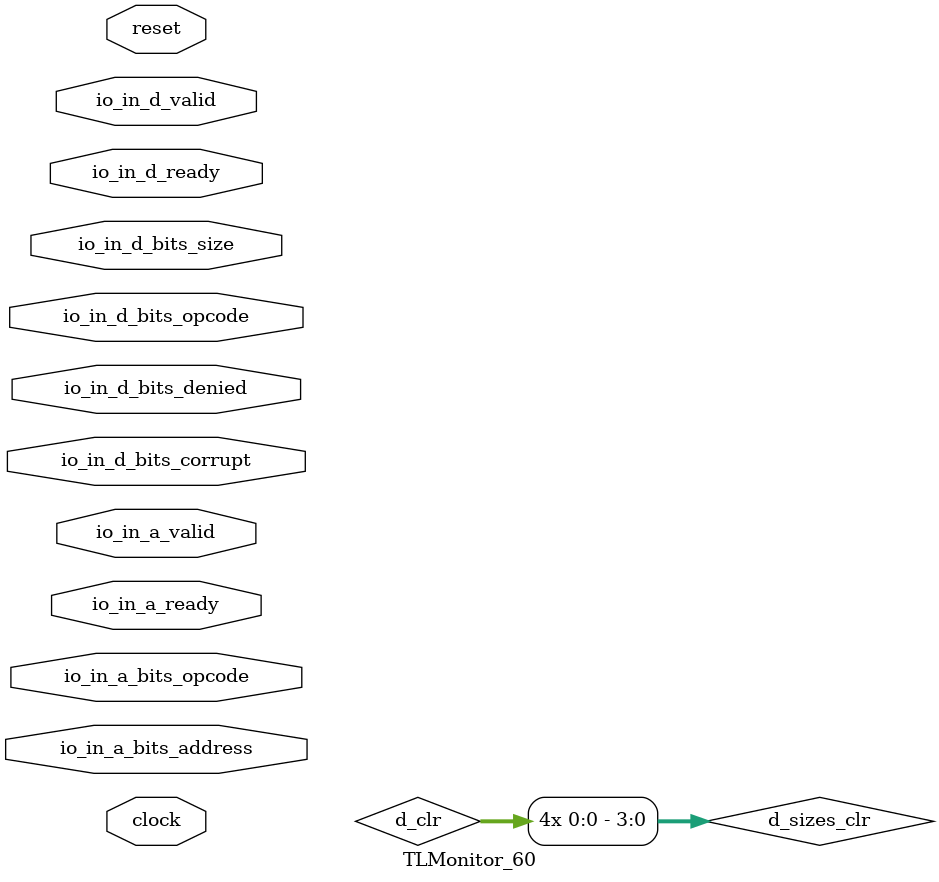
<source format=sv>

`ifndef STOP_COND_
  `ifdef STOP_COND
    `define STOP_COND_ (`STOP_COND)
  `else  // STOP_COND
    `define STOP_COND_ 1
  `endif // STOP_COND
`endif // not def STOP_COND_

// Users can define 'ASSERT_VERBOSE_COND' to add an extra gate to assert error printing.
`ifndef ASSERT_VERBOSE_COND_
  `ifdef ASSERT_VERBOSE_COND
    `define ASSERT_VERBOSE_COND_ (`ASSERT_VERBOSE_COND)
  `else  // ASSERT_VERBOSE_COND
    `define ASSERT_VERBOSE_COND_ 1
  `endif // ASSERT_VERBOSE_COND
`endif // not def ASSERT_VERBOSE_COND_

// Include register initializers in init blocks unless synthesis is set
`ifndef RANDOMIZE
  `ifdef RANDOMIZE_REG_INIT
    `define RANDOMIZE
  `endif // RANDOMIZE_REG_INIT
`endif // not def RANDOMIZE
`ifndef SYNTHESIS
  `ifndef ENABLE_INITIAL_REG_
    `define ENABLE_INITIAL_REG_
  `endif // not def ENABLE_INITIAL_REG_
`endif // not def SYNTHESIS

// Standard header to adapt well known macros for register randomization.

// RANDOM may be set to an expression that produces a 32-bit random unsigned value.
`ifndef RANDOM
  `define RANDOM $random
`endif // not def RANDOM

// Users can define INIT_RANDOM as general code that gets injected into the
// initializer block for modules with registers.
`ifndef INIT_RANDOM
  `define INIT_RANDOM
`endif // not def INIT_RANDOM

// If using random initialization, you can also define RANDOMIZE_DELAY to
// customize the delay used, otherwise 0.002 is used.
`ifndef RANDOMIZE_DELAY
  `define RANDOMIZE_DELAY 0.002
`endif // not def RANDOMIZE_DELAY

// Define INIT_RANDOM_PROLOG_ for use in our modules below.
`ifndef INIT_RANDOM_PROLOG_
  `ifdef RANDOMIZE
    `ifdef VERILATOR
      `define INIT_RANDOM_PROLOG_ `INIT_RANDOM
    `else  // VERILATOR
      `define INIT_RANDOM_PROLOG_ `INIT_RANDOM #`RANDOMIZE_DELAY begin end
    `endif // VERILATOR
  `else  // RANDOMIZE
    `define INIT_RANDOM_PROLOG_
  `endif // RANDOMIZE
`endif // not def INIT_RANDOM_PROLOG_
module TLMonitor_60(	// @[generators/rocket-chip/src/main/scala/tilelink/Monitor.scala:36:7]
  input         clock,	// @[generators/rocket-chip/src/main/scala/tilelink/Monitor.scala:36:7]
  input         reset,	// @[generators/rocket-chip/src/main/scala/tilelink/Monitor.scala:36:7]
  input         io_in_a_ready,	// @[generators/rocket-chip/src/main/scala/tilelink/Monitor.scala:20:14]
  input         io_in_a_valid,	// @[generators/rocket-chip/src/main/scala/tilelink/Monitor.scala:20:14]
  input [2:0]   io_in_a_bits_opcode,	// @[generators/rocket-chip/src/main/scala/tilelink/Monitor.scala:20:14]
  input [127:0] io_in_a_bits_address,	// @[generators/rocket-chip/src/main/scala/tilelink/Monitor.scala:20:14]
  input         io_in_d_ready,	// @[generators/rocket-chip/src/main/scala/tilelink/Monitor.scala:20:14]
  input         io_in_d_valid,	// @[generators/rocket-chip/src/main/scala/tilelink/Monitor.scala:20:14]
  input [2:0]   io_in_d_bits_opcode,	// @[generators/rocket-chip/src/main/scala/tilelink/Monitor.scala:20:14]
  input [1:0]   io_in_d_bits_size,	// @[generators/rocket-chip/src/main/scala/tilelink/Monitor.scala:20:14]
  input         io_in_d_bits_denied,	// @[generators/rocket-chip/src/main/scala/tilelink/Monitor.scala:20:14]
  input         io_in_d_bits_corrupt	// @[generators/rocket-chip/src/main/scala/tilelink/Monitor.scala:20:14]
);

  wire [31:0]  _plusarg_reader_1_out;	// @[generators/rocket-chip/src/main/scala/util/PlusArg.scala:80:11]
  wire [31:0]  _plusarg_reader_out;	// @[generators/rocket-chip/src/main/scala/util/PlusArg.scala:80:11]
  wire         a_first_done = io_in_a_ready & io_in_a_valid;	// @[src/main/scala/chisel3/util/Decoupled.scala:51:35]
  reg          a_first_counter;	// @[generators/rocket-chip/src/main/scala/tilelink/Edges.scala:229:27]
  reg  [2:0]   opcode;	// @[generators/rocket-chip/src/main/scala/tilelink/Monitor.scala:387:22]
  reg  [127:0] address;	// @[generators/rocket-chip/src/main/scala/tilelink/Monitor.scala:391:22]
  reg          d_first_counter;	// @[generators/rocket-chip/src/main/scala/tilelink/Edges.scala:229:27]
  reg  [2:0]   opcode_1;	// @[generators/rocket-chip/src/main/scala/tilelink/Monitor.scala:538:22]
  reg  [1:0]   size_1;	// @[generators/rocket-chip/src/main/scala/tilelink/Monitor.scala:540:22]
  reg          denied;	// @[generators/rocket-chip/src/main/scala/tilelink/Monitor.scala:543:22]
  reg  [1:0]   inflight;	// @[generators/rocket-chip/src/main/scala/tilelink/Monitor.scala:614:27]
  reg  [3:0]   inflight_opcodes;	// @[generators/rocket-chip/src/main/scala/tilelink/Monitor.scala:616:35]
  reg  [3:0]   inflight_sizes;	// @[generators/rocket-chip/src/main/scala/tilelink/Monitor.scala:618:33]
  reg          a_first_counter_1;	// @[generators/rocket-chip/src/main/scala/tilelink/Edges.scala:229:27]
  reg          d_first_counter_1;	// @[generators/rocket-chip/src/main/scala/tilelink/Edges.scala:229:27]
  wire         a_set = a_first_done & ~a_first_counter_1;	// @[generators/rocket-chip/src/main/scala/tilelink/Edges.scala:229:27, :231:25, generators/rocket-chip/src/main/scala/tilelink/Monitor.scala:655:25, src/main/scala/chisel3/util/Decoupled.scala:51:35]
  wire         d_release_ack = io_in_d_bits_opcode == 3'h6;	// @[generators/rocket-chip/src/main/scala/tilelink/Monitor.scala:36:7, :673:46]
  wire         _GEN = io_in_d_bits_opcode != 3'h6;	// @[generators/rocket-chip/src/main/scala/tilelink/Monitor.scala:36:7, :673:46, :674:74]
  reg  [31:0]  watchdog;	// @[generators/rocket-chip/src/main/scala/tilelink/Monitor.scala:709:27]
  reg  [1:0]   inflight_1;	// @[generators/rocket-chip/src/main/scala/tilelink/Monitor.scala:726:35]
  reg  [3:0]   inflight_sizes_1;	// @[generators/rocket-chip/src/main/scala/tilelink/Monitor.scala:728:35]
  reg          d_first_counter_2;	// @[generators/rocket-chip/src/main/scala/tilelink/Edges.scala:229:27]
  reg  [31:0]  watchdog_1;	// @[generators/rocket-chip/src/main/scala/tilelink/Monitor.scala:818:27]
  `ifndef SYNTHESIS	// @[generators/rocket-chip/src/main/scala/tilelink/Monitor.scala:45:11]
    wire [7:0][2:0] _GEN_0 = '{3'h4, 3'h5, 3'h2, 3'h1, 3'h1, 3'h1, 3'h0, 3'h0};
    wire [7:0][2:0] _GEN_1 = '{3'h4, 3'h4, 3'h2, 3'h1, 3'h1, 3'h1, 3'h0, 3'h0};
    wire            _GEN_2 = io_in_a_valid & io_in_a_bits_opcode == 3'h6 & ~reset;	// @[generators/rocket-chip/src/main/scala/tilelink/Monitor.scala:36:7, :45:11, :84:{25,54}]
    wire            _GEN_3 = io_in_a_valid & (&io_in_a_bits_opcode) & ~reset;	// @[generators/rocket-chip/src/main/scala/tilelink/Monitor.scala:45:11, :95:{25,53}]
    wire            _GEN_4 = io_in_a_valid & io_in_a_bits_opcode == 3'h1 & ~reset;	// @[generators/rocket-chip/src/main/scala/tilelink/Monitor.scala:36:7, :45:11, :125:{25,56}]
    wire            _GEN_5 = io_in_a_valid & io_in_a_bits_opcode == 3'h2 & ~reset;	// @[generators/rocket-chip/src/main/scala/tilelink/Monitor.scala:36:7, :45:11, :133:{25,56}]
    wire            _GEN_6 = io_in_a_valid & io_in_a_bits_opcode == 3'h3 & ~reset;	// @[generators/rocket-chip/src/main/scala/tilelink/Monitor.scala:36:7, :45:11, :141:{25,53}]
    wire            _GEN_7 = io_in_a_valid & io_in_a_bits_opcode == 3'h5 & ~reset;	// @[generators/rocket-chip/src/main/scala/tilelink/Monitor.scala:36:7, :45:11, :149:{25,46}]
    wire            _GEN_8 = io_in_d_valid & io_in_d_bits_opcode == 3'h6 & ~reset;	// @[generators/rocket-chip/src/main/scala/tilelink/Monitor.scala:36:7, :45:11, :52:11, :313:{25,52}]
    wire            _GEN_9 = io_in_d_valid & io_in_d_bits_opcode == 3'h4 & ~reset;	// @[generators/rocket-chip/src/main/scala/tilelink/Monitor.scala:36:7, :45:11, :52:11, :321:{25,47}]
    wire            _GEN_10 = io_in_d_valid & io_in_d_bits_opcode == 3'h5 & ~reset;	// @[generators/rocket-chip/src/main/scala/tilelink/Monitor.scala:36:7, :45:11, :52:11, :331:{25,51}]
    wire            _GEN_11 = ~io_in_d_bits_denied | io_in_d_bits_corrupt;	// @[generators/rocket-chip/src/main/scala/tilelink/Monitor.scala:337:{15,30}]
    wire            _GEN_12 = io_in_a_valid & a_first_counter & ~reset;	// @[generators/rocket-chip/src/main/scala/tilelink/Edges.scala:229:27, generators/rocket-chip/src/main/scala/tilelink/Monitor.scala:45:11, :392:19]
    wire            _GEN_13 = io_in_d_valid & d_first_counter & ~reset;	// @[generators/rocket-chip/src/main/scala/tilelink/Edges.scala:229:27, generators/rocket-chip/src/main/scala/tilelink/Monitor.scala:45:11, :52:11, :544:19]
    wire            _same_cycle_resp_T_1 = io_in_a_valid & ~a_first_counter_1;	// @[generators/rocket-chip/src/main/scala/tilelink/Edges.scala:229:27, :231:25, generators/rocket-chip/src/main/scala/tilelink/Monitor.scala:651:26]
    wire            _GEN_14 = io_in_d_valid & ~d_first_counter_1;	// @[generators/rocket-chip/src/main/scala/tilelink/Edges.scala:229:27, :231:25, generators/rocket-chip/src/main/scala/tilelink/Monitor.scala:674:26]
    wire            _GEN_15 = _GEN_14 & _GEN;	// @[generators/rocket-chip/src/main/scala/tilelink/Monitor.scala:673:46, :674:{26,74}, :683:71]
    wire            _GEN_16 = _GEN_15 & _same_cycle_resp_T_1 & ~reset;	// @[generators/rocket-chip/src/main/scala/tilelink/Monitor.scala:45:11, :52:11, :651:26, :683:71, :687:30]
    wire            _GEN_17 = _GEN_15 & ~_same_cycle_resp_T_1 & ~reset;	// @[generators/rocket-chip/src/main/scala/tilelink/Monitor.scala:45:11, :52:11, :651:26, :683:71, :687:30]
    wire [3:0]      _GEN_18 = {2'h0, io_in_d_bits_size};	// @[generators/rocket-chip/src/main/scala/tilelink/Monitor.scala:52:11, :694:36]
    wire            _GEN_19 = io_in_d_valid & ~d_first_counter_2 & d_release_ack & ~reset;	// @[generators/rocket-chip/src/main/scala/tilelink/Edges.scala:229:27, :231:25, generators/rocket-chip/src/main/scala/tilelink/Monitor.scala:45:11, :52:11, :673:46, :784:26, :794:71]
    always @(posedge clock) begin	// @[generators/rocket-chip/src/main/scala/tilelink/Monitor.scala:45:11]
      if (_GEN_2) begin	// @[generators/rocket-chip/src/main/scala/tilelink/Monitor.scala:45:11, :84:54]
        if (`ASSERT_VERBOSE_COND_)	// @[generators/rocket-chip/src/main/scala/tilelink/Monitor.scala:45:11]
          $error("Assertion failed: 'A' channel carries AcquireBlock type which is unexpected using diplomatic parameters (connected at generators/rocket-chip/src/main/scala/devices/tilelink/BusBypass.scala:33:14)\n    at Monitor.scala:45 assert(cond, message)\n");	// @[generators/rocket-chip/src/main/scala/tilelink/Monitor.scala:45:11]
        if (`STOP_COND_)	// @[generators/rocket-chip/src/main/scala/tilelink/Monitor.scala:45:11]
          $fatal;	// @[generators/rocket-chip/src/main/scala/tilelink/Monitor.scala:45:11]
        if (`ASSERT_VERBOSE_COND_)	// @[generators/rocket-chip/src/main/scala/tilelink/Monitor.scala:45:11]
          $error("Assertion failed: 'A' channel carries AcquireBlock from a client which does not support Probe (connected at generators/rocket-chip/src/main/scala/devices/tilelink/BusBypass.scala:33:14)\n    at Monitor.scala:45 assert(cond, message)\n");	// @[generators/rocket-chip/src/main/scala/tilelink/Monitor.scala:45:11]
        if (`STOP_COND_)	// @[generators/rocket-chip/src/main/scala/tilelink/Monitor.scala:45:11]
          $fatal;	// @[generators/rocket-chip/src/main/scala/tilelink/Monitor.scala:45:11]
      end
      if (_GEN_2 & (|(io_in_a_bits_address[1:0]))) begin	// @[generators/rocket-chip/src/main/scala/tilelink/Edges.scala:21:{16,24}, generators/rocket-chip/src/main/scala/tilelink/Monitor.scala:45:11, :84:54]
        if (`ASSERT_VERBOSE_COND_)	// @[generators/rocket-chip/src/main/scala/tilelink/Monitor.scala:45:11]
          $error("Assertion failed: 'A' channel AcquireBlock address not aligned to size (connected at generators/rocket-chip/src/main/scala/devices/tilelink/BusBypass.scala:33:14)\n    at Monitor.scala:45 assert(cond, message)\n");	// @[generators/rocket-chip/src/main/scala/tilelink/Monitor.scala:45:11]
        if (`STOP_COND_)	// @[generators/rocket-chip/src/main/scala/tilelink/Monitor.scala:45:11]
          $fatal;	// @[generators/rocket-chip/src/main/scala/tilelink/Monitor.scala:45:11]
      end
      if (_GEN_3) begin	// @[generators/rocket-chip/src/main/scala/tilelink/Monitor.scala:45:11, :95:53]
        if (`ASSERT_VERBOSE_COND_)	// @[generators/rocket-chip/src/main/scala/tilelink/Monitor.scala:45:11]
          $error("Assertion failed: 'A' channel carries AcquirePerm type which is unexpected using diplomatic parameters (connected at generators/rocket-chip/src/main/scala/devices/tilelink/BusBypass.scala:33:14)\n    at Monitor.scala:45 assert(cond, message)\n");	// @[generators/rocket-chip/src/main/scala/tilelink/Monitor.scala:45:11]
        if (`STOP_COND_)	// @[generators/rocket-chip/src/main/scala/tilelink/Monitor.scala:45:11]
          $fatal;	// @[generators/rocket-chip/src/main/scala/tilelink/Monitor.scala:45:11]
        if (`ASSERT_VERBOSE_COND_)	// @[generators/rocket-chip/src/main/scala/tilelink/Monitor.scala:45:11]
          $error("Assertion failed: 'A' channel carries AcquirePerm from a client which does not support Probe (connected at generators/rocket-chip/src/main/scala/devices/tilelink/BusBypass.scala:33:14)\n    at Monitor.scala:45 assert(cond, message)\n");	// @[generators/rocket-chip/src/main/scala/tilelink/Monitor.scala:45:11]
        if (`STOP_COND_)	// @[generators/rocket-chip/src/main/scala/tilelink/Monitor.scala:45:11]
          $fatal;	// @[generators/rocket-chip/src/main/scala/tilelink/Monitor.scala:45:11]
      end
      if (_GEN_3 & (|(io_in_a_bits_address[1:0]))) begin	// @[generators/rocket-chip/src/main/scala/tilelink/Edges.scala:21:{16,24}, generators/rocket-chip/src/main/scala/tilelink/Monitor.scala:45:11, :95:53]
        if (`ASSERT_VERBOSE_COND_)	// @[generators/rocket-chip/src/main/scala/tilelink/Monitor.scala:45:11]
          $error("Assertion failed: 'A' channel AcquirePerm address not aligned to size (connected at generators/rocket-chip/src/main/scala/devices/tilelink/BusBypass.scala:33:14)\n    at Monitor.scala:45 assert(cond, message)\n");	// @[generators/rocket-chip/src/main/scala/tilelink/Monitor.scala:45:11]
        if (`STOP_COND_)	// @[generators/rocket-chip/src/main/scala/tilelink/Monitor.scala:45:11]
          $fatal;	// @[generators/rocket-chip/src/main/scala/tilelink/Monitor.scala:45:11]
      end
      if (_GEN_3) begin	// @[generators/rocket-chip/src/main/scala/tilelink/Monitor.scala:45:11, :95:53]
        if (`ASSERT_VERBOSE_COND_)	// @[generators/rocket-chip/src/main/scala/tilelink/Monitor.scala:45:11]
          $error("Assertion failed: 'A' channel AcquirePerm requests NtoB (connected at generators/rocket-chip/src/main/scala/devices/tilelink/BusBypass.scala:33:14)\n    at Monitor.scala:45 assert(cond, message)\n");	// @[generators/rocket-chip/src/main/scala/tilelink/Monitor.scala:45:11]
        if (`STOP_COND_)	// @[generators/rocket-chip/src/main/scala/tilelink/Monitor.scala:45:11]
          $fatal;	// @[generators/rocket-chip/src/main/scala/tilelink/Monitor.scala:45:11]
      end
      if (io_in_a_valid & io_in_a_bits_opcode == 3'h4 & ~reset & (|(io_in_a_bits_address[1:0]))) begin	// @[generators/rocket-chip/src/main/scala/tilelink/Edges.scala:21:{16,24}, generators/rocket-chip/src/main/scala/tilelink/Monitor.scala:36:7, :45:11, :107:{25,45}]
        if (`ASSERT_VERBOSE_COND_)	// @[generators/rocket-chip/src/main/scala/tilelink/Monitor.scala:45:11]
          $error("Assertion failed: 'A' channel Get address not aligned to size (connected at generators/rocket-chip/src/main/scala/devices/tilelink/BusBypass.scala:33:14)\n    at Monitor.scala:45 assert(cond, message)\n");	// @[generators/rocket-chip/src/main/scala/tilelink/Monitor.scala:45:11]
        if (`STOP_COND_)	// @[generators/rocket-chip/src/main/scala/tilelink/Monitor.scala:45:11]
          $fatal;	// @[generators/rocket-chip/src/main/scala/tilelink/Monitor.scala:45:11]
      end
      if (io_in_a_valid & io_in_a_bits_opcode == 3'h0 & ~reset & (|(io_in_a_bits_address[1:0]))) begin	// @[generators/rocket-chip/src/main/scala/tilelink/Edges.scala:21:{16,24}, generators/rocket-chip/src/main/scala/tilelink/Monitor.scala:36:7, :45:11, :117:{25,53}]
        if (`ASSERT_VERBOSE_COND_)	// @[generators/rocket-chip/src/main/scala/tilelink/Monitor.scala:45:11]
          $error("Assertion failed: 'A' channel PutFull address not aligned to size (connected at generators/rocket-chip/src/main/scala/devices/tilelink/BusBypass.scala:33:14)\n    at Monitor.scala:45 assert(cond, message)\n");	// @[generators/rocket-chip/src/main/scala/tilelink/Monitor.scala:45:11]
        if (`STOP_COND_)	// @[generators/rocket-chip/src/main/scala/tilelink/Monitor.scala:45:11]
          $fatal;	// @[generators/rocket-chip/src/main/scala/tilelink/Monitor.scala:45:11]
      end
      if (_GEN_4) begin	// @[generators/rocket-chip/src/main/scala/tilelink/Monitor.scala:45:11, :125:56]
        if (`ASSERT_VERBOSE_COND_)	// @[generators/rocket-chip/src/main/scala/tilelink/Monitor.scala:45:11]
          $error("Assertion failed: 'A' channel carries PutPartial type which is unexpected using diplomatic parameters (connected at generators/rocket-chip/src/main/scala/devices/tilelink/BusBypass.scala:33:14)\n    at Monitor.scala:45 assert(cond, message)\n");	// @[generators/rocket-chip/src/main/scala/tilelink/Monitor.scala:45:11]
        if (`STOP_COND_)	// @[generators/rocket-chip/src/main/scala/tilelink/Monitor.scala:45:11]
          $fatal;	// @[generators/rocket-chip/src/main/scala/tilelink/Monitor.scala:45:11]
      end
      if (_GEN_4 & (|(io_in_a_bits_address[1:0]))) begin	// @[generators/rocket-chip/src/main/scala/tilelink/Edges.scala:21:{16,24}, generators/rocket-chip/src/main/scala/tilelink/Monitor.scala:45:11, :125:56]
        if (`ASSERT_VERBOSE_COND_)	// @[generators/rocket-chip/src/main/scala/tilelink/Monitor.scala:45:11]
          $error("Assertion failed: 'A' channel PutPartial address not aligned to size (connected at generators/rocket-chip/src/main/scala/devices/tilelink/BusBypass.scala:33:14)\n    at Monitor.scala:45 assert(cond, message)\n");	// @[generators/rocket-chip/src/main/scala/tilelink/Monitor.scala:45:11]
        if (`STOP_COND_)	// @[generators/rocket-chip/src/main/scala/tilelink/Monitor.scala:45:11]
          $fatal;	// @[generators/rocket-chip/src/main/scala/tilelink/Monitor.scala:45:11]
      end
      if (_GEN_5) begin	// @[generators/rocket-chip/src/main/scala/tilelink/Monitor.scala:45:11, :133:56]
        if (`ASSERT_VERBOSE_COND_)	// @[generators/rocket-chip/src/main/scala/tilelink/Monitor.scala:45:11]
          $error("Assertion failed: 'A' channel carries Arithmetic type which is unexpected using diplomatic parameters (connected at generators/rocket-chip/src/main/scala/devices/tilelink/BusBypass.scala:33:14)\n    at Monitor.scala:45 assert(cond, message)\n");	// @[generators/rocket-chip/src/main/scala/tilelink/Monitor.scala:45:11]
        if (`STOP_COND_)	// @[generators/rocket-chip/src/main/scala/tilelink/Monitor.scala:45:11]
          $fatal;	// @[generators/rocket-chip/src/main/scala/tilelink/Monitor.scala:45:11]
      end
      if (_GEN_5 & (|(io_in_a_bits_address[1:0]))) begin	// @[generators/rocket-chip/src/main/scala/tilelink/Edges.scala:21:{16,24}, generators/rocket-chip/src/main/scala/tilelink/Monitor.scala:45:11, :133:56]
        if (`ASSERT_VERBOSE_COND_)	// @[generators/rocket-chip/src/main/scala/tilelink/Monitor.scala:45:11]
          $error("Assertion failed: 'A' channel Arithmetic address not aligned to size (connected at generators/rocket-chip/src/main/scala/devices/tilelink/BusBypass.scala:33:14)\n    at Monitor.scala:45 assert(cond, message)\n");	// @[generators/rocket-chip/src/main/scala/tilelink/Monitor.scala:45:11]
        if (`STOP_COND_)	// @[generators/rocket-chip/src/main/scala/tilelink/Monitor.scala:45:11]
          $fatal;	// @[generators/rocket-chip/src/main/scala/tilelink/Monitor.scala:45:11]
      end
      if (_GEN_6) begin	// @[generators/rocket-chip/src/main/scala/tilelink/Monitor.scala:45:11, :141:53]
        if (`ASSERT_VERBOSE_COND_)	// @[generators/rocket-chip/src/main/scala/tilelink/Monitor.scala:45:11]
          $error("Assertion failed: 'A' channel carries Logical type which is unexpected using diplomatic parameters (connected at generators/rocket-chip/src/main/scala/devices/tilelink/BusBypass.scala:33:14)\n    at Monitor.scala:45 assert(cond, message)\n");	// @[generators/rocket-chip/src/main/scala/tilelink/Monitor.scala:45:11]
        if (`STOP_COND_)	// @[generators/rocket-chip/src/main/scala/tilelink/Monitor.scala:45:11]
          $fatal;	// @[generators/rocket-chip/src/main/scala/tilelink/Monitor.scala:45:11]
      end
      if (_GEN_6 & (|(io_in_a_bits_address[1:0]))) begin	// @[generators/rocket-chip/src/main/scala/tilelink/Edges.scala:21:{16,24}, generators/rocket-chip/src/main/scala/tilelink/Monitor.scala:45:11, :141:53]
        if (`ASSERT_VERBOSE_COND_)	// @[generators/rocket-chip/src/main/scala/tilelink/Monitor.scala:45:11]
          $error("Assertion failed: 'A' channel Logical address not aligned to size (connected at generators/rocket-chip/src/main/scala/devices/tilelink/BusBypass.scala:33:14)\n    at Monitor.scala:45 assert(cond, message)\n");	// @[generators/rocket-chip/src/main/scala/tilelink/Monitor.scala:45:11]
        if (`STOP_COND_)	// @[generators/rocket-chip/src/main/scala/tilelink/Monitor.scala:45:11]
          $fatal;	// @[generators/rocket-chip/src/main/scala/tilelink/Monitor.scala:45:11]
      end
      if (_GEN_7) begin	// @[generators/rocket-chip/src/main/scala/tilelink/Monitor.scala:45:11, :149:46]
        if (`ASSERT_VERBOSE_COND_)	// @[generators/rocket-chip/src/main/scala/tilelink/Monitor.scala:45:11]
          $error("Assertion failed: 'A' channel carries Hint type which is unexpected using diplomatic parameters (connected at generators/rocket-chip/src/main/scala/devices/tilelink/BusBypass.scala:33:14)\n    at Monitor.scala:45 assert(cond, message)\n");	// @[generators/rocket-chip/src/main/scala/tilelink/Monitor.scala:45:11]
        if (`STOP_COND_)	// @[generators/rocket-chip/src/main/scala/tilelink/Monitor.scala:45:11]
          $fatal;	// @[generators/rocket-chip/src/main/scala/tilelink/Monitor.scala:45:11]
      end
      if (_GEN_7 & (|(io_in_a_bits_address[1:0]))) begin	// @[generators/rocket-chip/src/main/scala/tilelink/Edges.scala:21:{16,24}, generators/rocket-chip/src/main/scala/tilelink/Monitor.scala:45:11, :149:46]
        if (`ASSERT_VERBOSE_COND_)	// @[generators/rocket-chip/src/main/scala/tilelink/Monitor.scala:45:11]
          $error("Assertion failed: 'A' channel Hint address not aligned to size (connected at generators/rocket-chip/src/main/scala/devices/tilelink/BusBypass.scala:33:14)\n    at Monitor.scala:45 assert(cond, message)\n");	// @[generators/rocket-chip/src/main/scala/tilelink/Monitor.scala:45:11]
        if (`STOP_COND_)	// @[generators/rocket-chip/src/main/scala/tilelink/Monitor.scala:45:11]
          $fatal;	// @[generators/rocket-chip/src/main/scala/tilelink/Monitor.scala:45:11]
      end
      if (io_in_d_valid & ~reset & (&io_in_d_bits_opcode)) begin	// @[generators/rocket-chip/src/main/scala/tilelink/Bundles.scala:45:24, generators/rocket-chip/src/main/scala/tilelink/Monitor.scala:45:11, :52:11]
        if (`ASSERT_VERBOSE_COND_)	// @[generators/rocket-chip/src/main/scala/tilelink/Monitor.scala:52:11]
          $error("Assertion failed: 'D' channel has invalid opcode (connected at generators/rocket-chip/src/main/scala/devices/tilelink/BusBypass.scala:33:14)\n    at Monitor.scala:52 assert(cond, message)\n");	// @[generators/rocket-chip/src/main/scala/tilelink/Monitor.scala:52:11]
        if (`STOP_COND_)	// @[generators/rocket-chip/src/main/scala/tilelink/Monitor.scala:52:11]
          $fatal;	// @[generators/rocket-chip/src/main/scala/tilelink/Monitor.scala:52:11]
      end
      if (_GEN_8 & ~(io_in_d_bits_size[1])) begin	// @[generators/rocket-chip/src/main/scala/tilelink/Monitor.scala:52:11, :313:52, :315:27]
        if (`ASSERT_VERBOSE_COND_)	// @[generators/rocket-chip/src/main/scala/tilelink/Monitor.scala:52:11]
          $error("Assertion failed: 'D' channel ReleaseAck smaller than a beat (connected at generators/rocket-chip/src/main/scala/devices/tilelink/BusBypass.scala:33:14)\n    at Monitor.scala:52 assert(cond, message)\n");	// @[generators/rocket-chip/src/main/scala/tilelink/Monitor.scala:52:11]
        if (`STOP_COND_)	// @[generators/rocket-chip/src/main/scala/tilelink/Monitor.scala:52:11]
          $fatal;	// @[generators/rocket-chip/src/main/scala/tilelink/Monitor.scala:52:11]
      end
      if (_GEN_8 & io_in_d_bits_corrupt) begin	// @[generators/rocket-chip/src/main/scala/tilelink/Monitor.scala:52:11, :313:52]
        if (`ASSERT_VERBOSE_COND_)	// @[generators/rocket-chip/src/main/scala/tilelink/Monitor.scala:52:11]
          $error("Assertion failed: 'D' channel ReleaseAck is corrupt (connected at generators/rocket-chip/src/main/scala/devices/tilelink/BusBypass.scala:33:14)\n    at Monitor.scala:52 assert(cond, message)\n");	// @[generators/rocket-chip/src/main/scala/tilelink/Monitor.scala:52:11]
        if (`STOP_COND_)	// @[generators/rocket-chip/src/main/scala/tilelink/Monitor.scala:52:11]
          $fatal;	// @[generators/rocket-chip/src/main/scala/tilelink/Monitor.scala:52:11]
      end
      if (_GEN_8 & io_in_d_bits_denied) begin	// @[generators/rocket-chip/src/main/scala/tilelink/Monitor.scala:52:11, :313:52]
        if (`ASSERT_VERBOSE_COND_)	// @[generators/rocket-chip/src/main/scala/tilelink/Monitor.scala:52:11]
          $error("Assertion failed: 'D' channel ReleaseAck is denied (connected at generators/rocket-chip/src/main/scala/devices/tilelink/BusBypass.scala:33:14)\n    at Monitor.scala:52 assert(cond, message)\n");	// @[generators/rocket-chip/src/main/scala/tilelink/Monitor.scala:52:11]
        if (`STOP_COND_)	// @[generators/rocket-chip/src/main/scala/tilelink/Monitor.scala:52:11]
          $fatal;	// @[generators/rocket-chip/src/main/scala/tilelink/Monitor.scala:52:11]
      end
      if (_GEN_9 & ~(io_in_d_bits_size[1])) begin	// @[generators/rocket-chip/src/main/scala/tilelink/Monitor.scala:52:11, :315:27, :321:47]
        if (`ASSERT_VERBOSE_COND_)	// @[generators/rocket-chip/src/main/scala/tilelink/Monitor.scala:52:11]
          $error("Assertion failed: 'D' channel Grant smaller than a beat (connected at generators/rocket-chip/src/main/scala/devices/tilelink/BusBypass.scala:33:14)\n    at Monitor.scala:52 assert(cond, message)\n");	// @[generators/rocket-chip/src/main/scala/tilelink/Monitor.scala:52:11]
        if (`STOP_COND_)	// @[generators/rocket-chip/src/main/scala/tilelink/Monitor.scala:52:11]
          $fatal;	// @[generators/rocket-chip/src/main/scala/tilelink/Monitor.scala:52:11]
      end
      if (_GEN_9 & io_in_d_bits_corrupt) begin	// @[generators/rocket-chip/src/main/scala/tilelink/Monitor.scala:52:11, :321:47]
        if (`ASSERT_VERBOSE_COND_)	// @[generators/rocket-chip/src/main/scala/tilelink/Monitor.scala:52:11]
          $error("Assertion failed: 'D' channel Grant is corrupt (connected at generators/rocket-chip/src/main/scala/devices/tilelink/BusBypass.scala:33:14)\n    at Monitor.scala:52 assert(cond, message)\n");	// @[generators/rocket-chip/src/main/scala/tilelink/Monitor.scala:52:11]
        if (`STOP_COND_)	// @[generators/rocket-chip/src/main/scala/tilelink/Monitor.scala:52:11]
          $fatal;	// @[generators/rocket-chip/src/main/scala/tilelink/Monitor.scala:52:11]
      end
      if (_GEN_10 & ~(io_in_d_bits_size[1])) begin	// @[generators/rocket-chip/src/main/scala/tilelink/Monitor.scala:52:11, :315:27, :331:51]
        if (`ASSERT_VERBOSE_COND_)	// @[generators/rocket-chip/src/main/scala/tilelink/Monitor.scala:52:11]
          $error("Assertion failed: 'D' channel GrantData smaller than a beat (connected at generators/rocket-chip/src/main/scala/devices/tilelink/BusBypass.scala:33:14)\n    at Monitor.scala:52 assert(cond, message)\n");	// @[generators/rocket-chip/src/main/scala/tilelink/Monitor.scala:52:11]
        if (`STOP_COND_)	// @[generators/rocket-chip/src/main/scala/tilelink/Monitor.scala:52:11]
          $fatal;	// @[generators/rocket-chip/src/main/scala/tilelink/Monitor.scala:52:11]
      end
      if (_GEN_10 & ~_GEN_11) begin	// @[generators/rocket-chip/src/main/scala/tilelink/Monitor.scala:52:11, :331:51, :337:30]
        if (`ASSERT_VERBOSE_COND_)	// @[generators/rocket-chip/src/main/scala/tilelink/Monitor.scala:52:11]
          $error("Assertion failed: 'D' channel GrantData is denied but not corrupt (connected at generators/rocket-chip/src/main/scala/devices/tilelink/BusBypass.scala:33:14)\n    at Monitor.scala:52 assert(cond, message)\n");	// @[generators/rocket-chip/src/main/scala/tilelink/Monitor.scala:52:11]
        if (`STOP_COND_)	// @[generators/rocket-chip/src/main/scala/tilelink/Monitor.scala:52:11]
          $fatal;	// @[generators/rocket-chip/src/main/scala/tilelink/Monitor.scala:52:11]
      end
      if (io_in_d_valid & io_in_d_bits_opcode == 3'h0 & ~reset & io_in_d_bits_corrupt) begin	// @[generators/rocket-chip/src/main/scala/tilelink/Monitor.scala:36:7, :45:11, :52:11, :341:{25,51}]
        if (`ASSERT_VERBOSE_COND_)	// @[generators/rocket-chip/src/main/scala/tilelink/Monitor.scala:52:11]
          $error("Assertion failed: 'D' channel AccessAck is corrupt (connected at generators/rocket-chip/src/main/scala/devices/tilelink/BusBypass.scala:33:14)\n    at Monitor.scala:52 assert(cond, message)\n");	// @[generators/rocket-chip/src/main/scala/tilelink/Monitor.scala:52:11]
        if (`STOP_COND_)	// @[generators/rocket-chip/src/main/scala/tilelink/Monitor.scala:52:11]
          $fatal;	// @[generators/rocket-chip/src/main/scala/tilelink/Monitor.scala:52:11]
      end
      if (io_in_d_valid & io_in_d_bits_opcode == 3'h1 & ~reset & ~_GEN_11) begin	// @[generators/rocket-chip/src/main/scala/tilelink/Monitor.scala:36:7, :45:11, :52:11, :337:30, :349:{25,55}]
        if (`ASSERT_VERBOSE_COND_)	// @[generators/rocket-chip/src/main/scala/tilelink/Monitor.scala:52:11]
          $error("Assertion failed: 'D' channel AccessAckData is denied but not corrupt (connected at generators/rocket-chip/src/main/scala/devices/tilelink/BusBypass.scala:33:14)\n    at Monitor.scala:52 assert(cond, message)\n");	// @[generators/rocket-chip/src/main/scala/tilelink/Monitor.scala:52:11]
        if (`STOP_COND_)	// @[generators/rocket-chip/src/main/scala/tilelink/Monitor.scala:52:11]
          $fatal;	// @[generators/rocket-chip/src/main/scala/tilelink/Monitor.scala:52:11]
      end
      if (io_in_d_valid & io_in_d_bits_opcode == 3'h2 & ~reset & io_in_d_bits_corrupt) begin	// @[generators/rocket-chip/src/main/scala/tilelink/Monitor.scala:36:7, :45:11, :52:11, :357:{25,49}]
        if (`ASSERT_VERBOSE_COND_)	// @[generators/rocket-chip/src/main/scala/tilelink/Monitor.scala:52:11]
          $error("Assertion failed: 'D' channel HintAck is corrupt (connected at generators/rocket-chip/src/main/scala/devices/tilelink/BusBypass.scala:33:14)\n    at Monitor.scala:52 assert(cond, message)\n");	// @[generators/rocket-chip/src/main/scala/tilelink/Monitor.scala:52:11]
        if (`STOP_COND_)	// @[generators/rocket-chip/src/main/scala/tilelink/Monitor.scala:52:11]
          $fatal;	// @[generators/rocket-chip/src/main/scala/tilelink/Monitor.scala:52:11]
      end
      if (_GEN_12 & io_in_a_bits_opcode != opcode) begin	// @[generators/rocket-chip/src/main/scala/tilelink/Monitor.scala:45:11, :387:22, :392:19, :393:32]
        if (`ASSERT_VERBOSE_COND_)	// @[generators/rocket-chip/src/main/scala/tilelink/Monitor.scala:45:11]
          $error("Assertion failed: 'A' channel opcode changed within multibeat operation (connected at generators/rocket-chip/src/main/scala/devices/tilelink/BusBypass.scala:33:14)\n    at Monitor.scala:45 assert(cond, message)\n");	// @[generators/rocket-chip/src/main/scala/tilelink/Monitor.scala:45:11]
        if (`STOP_COND_)	// @[generators/rocket-chip/src/main/scala/tilelink/Monitor.scala:45:11]
          $fatal;	// @[generators/rocket-chip/src/main/scala/tilelink/Monitor.scala:45:11]
      end
      if (_GEN_12 & io_in_a_bits_address != address) begin	// @[generators/rocket-chip/src/main/scala/tilelink/Monitor.scala:45:11, :391:22, :392:19, :397:32]
        if (`ASSERT_VERBOSE_COND_)	// @[generators/rocket-chip/src/main/scala/tilelink/Monitor.scala:45:11]
          $error("Assertion failed: 'A' channel address changed with multibeat operation (connected at generators/rocket-chip/src/main/scala/devices/tilelink/BusBypass.scala:33:14)\n    at Monitor.scala:45 assert(cond, message)\n");	// @[generators/rocket-chip/src/main/scala/tilelink/Monitor.scala:45:11]
        if (`STOP_COND_)	// @[generators/rocket-chip/src/main/scala/tilelink/Monitor.scala:45:11]
          $fatal;	// @[generators/rocket-chip/src/main/scala/tilelink/Monitor.scala:45:11]
      end
      if (_GEN_13 & io_in_d_bits_opcode != opcode_1) begin	// @[generators/rocket-chip/src/main/scala/tilelink/Monitor.scala:52:11, :538:22, :544:19, :545:29]
        if (`ASSERT_VERBOSE_COND_)	// @[generators/rocket-chip/src/main/scala/tilelink/Monitor.scala:52:11]
          $error("Assertion failed: 'D' channel opcode changed within multibeat operation (connected at generators/rocket-chip/src/main/scala/devices/tilelink/BusBypass.scala:33:14)\n    at Monitor.scala:52 assert(cond, message)\n");	// @[generators/rocket-chip/src/main/scala/tilelink/Monitor.scala:52:11]
        if (`STOP_COND_)	// @[generators/rocket-chip/src/main/scala/tilelink/Monitor.scala:52:11]
          $fatal;	// @[generators/rocket-chip/src/main/scala/tilelink/Monitor.scala:52:11]
      end
      if (_GEN_13 & io_in_d_bits_size != size_1) begin	// @[generators/rocket-chip/src/main/scala/tilelink/Monitor.scala:52:11, :540:22, :544:19, :547:29]
        if (`ASSERT_VERBOSE_COND_)	// @[generators/rocket-chip/src/main/scala/tilelink/Monitor.scala:52:11]
          $error("Assertion failed: 'D' channel size changed within multibeat operation (connected at generators/rocket-chip/src/main/scala/devices/tilelink/BusBypass.scala:33:14)\n    at Monitor.scala:52 assert(cond, message)\n");	// @[generators/rocket-chip/src/main/scala/tilelink/Monitor.scala:52:11]
        if (`STOP_COND_)	// @[generators/rocket-chip/src/main/scala/tilelink/Monitor.scala:52:11]
          $fatal;	// @[generators/rocket-chip/src/main/scala/tilelink/Monitor.scala:52:11]
      end
      if (_GEN_13 & io_in_d_bits_denied != denied) begin	// @[generators/rocket-chip/src/main/scala/tilelink/Monitor.scala:52:11, :543:22, :544:19, :550:29]
        if (`ASSERT_VERBOSE_COND_)	// @[generators/rocket-chip/src/main/scala/tilelink/Monitor.scala:52:11]
          $error("Assertion failed: 'D' channel denied changed with multibeat operation (connected at generators/rocket-chip/src/main/scala/devices/tilelink/BusBypass.scala:33:14)\n    at Monitor.scala:52 assert(cond, message)\n");	// @[generators/rocket-chip/src/main/scala/tilelink/Monitor.scala:52:11]
        if (`STOP_COND_)	// @[generators/rocket-chip/src/main/scala/tilelink/Monitor.scala:52:11]
          $fatal;	// @[generators/rocket-chip/src/main/scala/tilelink/Monitor.scala:52:11]
      end
      if (a_set & ~reset & inflight[0]) begin	// @[generators/rocket-chip/src/main/scala/tilelink/Monitor.scala:45:11, :614:27, :655:25, :661:26]
        if (`ASSERT_VERBOSE_COND_)	// @[generators/rocket-chip/src/main/scala/tilelink/Monitor.scala:45:11]
          $error("Assertion failed: 'A' channel re-used a source ID (connected at generators/rocket-chip/src/main/scala/devices/tilelink/BusBypass.scala:33:14)\n    at Monitor.scala:45 assert(cond, message)\n");	// @[generators/rocket-chip/src/main/scala/tilelink/Monitor.scala:45:11]
        if (`STOP_COND_)	// @[generators/rocket-chip/src/main/scala/tilelink/Monitor.scala:45:11]
          $fatal;	// @[generators/rocket-chip/src/main/scala/tilelink/Monitor.scala:45:11]
      end
      if (_GEN_15 & ~reset & ~(inflight[0] | _same_cycle_resp_T_1)) begin	// @[generators/rocket-chip/src/main/scala/tilelink/Monitor.scala:45:11, :52:11, :614:27, :651:26, :661:26, :683:71, :685:49]
        if (`ASSERT_VERBOSE_COND_)	// @[generators/rocket-chip/src/main/scala/tilelink/Monitor.scala:52:11]
          $error("Assertion failed: 'D' channel acknowledged for nothing inflight (connected at generators/rocket-chip/src/main/scala/devices/tilelink/BusBypass.scala:33:14)\n    at Monitor.scala:52 assert(cond, message)\n");	// @[generators/rocket-chip/src/main/scala/tilelink/Monitor.scala:52:11]
        if (`STOP_COND_)	// @[generators/rocket-chip/src/main/scala/tilelink/Monitor.scala:52:11]
          $fatal;	// @[generators/rocket-chip/src/main/scala/tilelink/Monitor.scala:52:11]
      end
      if (_GEN_16 & ~(io_in_d_bits_opcode == _GEN_1[io_in_a_bits_opcode] | io_in_d_bits_opcode == _GEN_0[io_in_a_bits_opcode])) begin	// @[generators/rocket-chip/src/main/scala/tilelink/Monitor.scala:52:11, :687:30, :688:{38,77}, :689:39]
        if (`ASSERT_VERBOSE_COND_)	// @[generators/rocket-chip/src/main/scala/tilelink/Monitor.scala:52:11]
          $error("Assertion failed: 'D' channel contains improper opcode response (connected at generators/rocket-chip/src/main/scala/devices/tilelink/BusBypass.scala:33:14)\n    at Monitor.scala:52 assert(cond, message)\n");	// @[generators/rocket-chip/src/main/scala/tilelink/Monitor.scala:52:11]
        if (`STOP_COND_)	// @[generators/rocket-chip/src/main/scala/tilelink/Monitor.scala:52:11]
          $fatal;	// @[generators/rocket-chip/src/main/scala/tilelink/Monitor.scala:52:11]
      end
      if (_GEN_16 & io_in_d_bits_size != 2'h2) begin	// @[generators/rocket-chip/src/main/scala/tilelink/Monitor.scala:52:11, :687:30, :690:36]
        if (`ASSERT_VERBOSE_COND_)	// @[generators/rocket-chip/src/main/scala/tilelink/Monitor.scala:52:11]
          $error("Assertion failed: 'D' channel contains improper response size (connected at generators/rocket-chip/src/main/scala/devices/tilelink/BusBypass.scala:33:14)\n    at Monitor.scala:52 assert(cond, message)\n");	// @[generators/rocket-chip/src/main/scala/tilelink/Monitor.scala:52:11]
        if (`STOP_COND_)	// @[generators/rocket-chip/src/main/scala/tilelink/Monitor.scala:52:11]
          $fatal;	// @[generators/rocket-chip/src/main/scala/tilelink/Monitor.scala:52:11]
      end
      if (_GEN_17 & ~(io_in_d_bits_opcode == _GEN_1[inflight_opcodes[3:1]] | io_in_d_bits_opcode == _GEN_0[inflight_opcodes[3:1]])) begin	// @[generators/rocket-chip/src/main/scala/tilelink/Monitor.scala:52:11, :616:35, :637:152, :687:30, :692:{38,72}, :693:38]
        if (`ASSERT_VERBOSE_COND_)	// @[generators/rocket-chip/src/main/scala/tilelink/Monitor.scala:52:11]
          $error("Assertion failed: 'D' channel contains improper opcode response (connected at generators/rocket-chip/src/main/scala/devices/tilelink/BusBypass.scala:33:14)\n    at Monitor.scala:52 assert(cond, message)\n");	// @[generators/rocket-chip/src/main/scala/tilelink/Monitor.scala:52:11]
        if (`STOP_COND_)	// @[generators/rocket-chip/src/main/scala/tilelink/Monitor.scala:52:11]
          $fatal;	// @[generators/rocket-chip/src/main/scala/tilelink/Monitor.scala:52:11]
      end
      if (_GEN_17 & _GEN_18 != {1'h0, inflight_sizes[3:1]}) begin	// @[generators/rocket-chip/src/main/scala/tilelink/Monitor.scala:52:11, :618:33, :641:{19,144}, :687:30, :694:36]
        if (`ASSERT_VERBOSE_COND_)	// @[generators/rocket-chip/src/main/scala/tilelink/Monitor.scala:52:11]
          $error("Assertion failed: 'D' channel contains improper response size (connected at generators/rocket-chip/src/main/scala/devices/tilelink/BusBypass.scala:33:14)\n    at Monitor.scala:52 assert(cond, message)\n");	// @[generators/rocket-chip/src/main/scala/tilelink/Monitor.scala:52:11]
        if (`STOP_COND_)	// @[generators/rocket-chip/src/main/scala/tilelink/Monitor.scala:52:11]
          $fatal;	// @[generators/rocket-chip/src/main/scala/tilelink/Monitor.scala:52:11]
      end
      if (_GEN_14 & ~a_first_counter_1 & io_in_a_valid & _GEN & ~reset & ~(~io_in_d_ready | io_in_a_ready)) begin	// @[generators/rocket-chip/src/main/scala/tilelink/Edges.scala:229:27, :231:25, generators/rocket-chip/src/main/scala/tilelink/Monitor.scala:45:11, :52:11, :673:46, :674:{26,74}, :697:{36,47,116}, :698:{15,32}]
        if (`ASSERT_VERBOSE_COND_)	// @[generators/rocket-chip/src/main/scala/tilelink/Monitor.scala:52:11]
          $error("Assertion failed: ready check\n    at Monitor.scala:52 assert(cond, message)\n");	// @[generators/rocket-chip/src/main/scala/tilelink/Monitor.scala:52:11]
        if (`STOP_COND_)	// @[generators/rocket-chip/src/main/scala/tilelink/Monitor.scala:52:11]
          $fatal;	// @[generators/rocket-chip/src/main/scala/tilelink/Monitor.scala:52:11]
      end
      if (~reset & ~(inflight == 2'h0 | _plusarg_reader_out == 32'h0 | watchdog < _plusarg_reader_out)) begin	// @[generators/rocket-chip/src/main/scala/tilelink/Monitor.scala:45:11, :614:27, :709:27, :712:{26,30,39,47,59}, generators/rocket-chip/src/main/scala/util/PlusArg.scala:80:11]
        if (`ASSERT_VERBOSE_COND_)	// @[generators/rocket-chip/src/main/scala/tilelink/Monitor.scala:45:11]
          $error("Assertion failed: TileLink timeout expired (connected at generators/rocket-chip/src/main/scala/devices/tilelink/BusBypass.scala:33:14)\n    at Monitor.scala:45 assert(cond, message)\n");	// @[generators/rocket-chip/src/main/scala/tilelink/Monitor.scala:45:11]
        if (`STOP_COND_)	// @[generators/rocket-chip/src/main/scala/tilelink/Monitor.scala:45:11]
          $fatal;	// @[generators/rocket-chip/src/main/scala/tilelink/Monitor.scala:45:11]
      end
      if (_GEN_19 & ~(inflight_1[0])) begin	// @[generators/rocket-chip/src/main/scala/tilelink/Monitor.scala:52:11, :726:35, :784:26, :794:71, :796:25]
        if (`ASSERT_VERBOSE_COND_)	// @[generators/rocket-chip/src/main/scala/tilelink/Monitor.scala:52:11]
          $error("Assertion failed: 'D' channel acknowledged for nothing inflight (connected at generators/rocket-chip/src/main/scala/devices/tilelink/BusBypass.scala:33:14)\n    at Monitor.scala:52 assert(cond, message)\n");	// @[generators/rocket-chip/src/main/scala/tilelink/Monitor.scala:52:11]
        if (`STOP_COND_)	// @[generators/rocket-chip/src/main/scala/tilelink/Monitor.scala:52:11]
          $fatal;	// @[generators/rocket-chip/src/main/scala/tilelink/Monitor.scala:52:11]
      end
      if (_GEN_19 & _GEN_18 != {1'h0, inflight_sizes_1[3:1]}) begin	// @[generators/rocket-chip/src/main/scala/tilelink/Monitor.scala:52:11, :694:36, :728:35, :750:{21,146}, :784:26, :794:71, :800:36]
        if (`ASSERT_VERBOSE_COND_)	// @[generators/rocket-chip/src/main/scala/tilelink/Monitor.scala:52:11]
          $error("Assertion failed: 'D' channel contains improper response size (connected at generators/rocket-chip/src/main/scala/devices/tilelink/BusBypass.scala:33:14)\n    at Monitor.scala:52 assert(cond, message)\n");	// @[generators/rocket-chip/src/main/scala/tilelink/Monitor.scala:52:11]
        if (`STOP_COND_)	// @[generators/rocket-chip/src/main/scala/tilelink/Monitor.scala:52:11]
          $fatal;	// @[generators/rocket-chip/src/main/scala/tilelink/Monitor.scala:52:11]
      end
      if (~reset & ~(inflight_1 == 2'h0 | _plusarg_reader_1_out == 32'h0 | watchdog_1 < _plusarg_reader_1_out)) begin	// @[generators/rocket-chip/src/main/scala/tilelink/Monitor.scala:45:11, :726:35, :818:27, :821:{26,30,39,47,59}, generators/rocket-chip/src/main/scala/util/PlusArg.scala:80:11]
        if (`ASSERT_VERBOSE_COND_)	// @[generators/rocket-chip/src/main/scala/tilelink/Monitor.scala:45:11]
          $error("Assertion failed: TileLink timeout expired (connected at generators/rocket-chip/src/main/scala/devices/tilelink/BusBypass.scala:33:14)\n    at Monitor.scala:45 assert(cond, message)\n");	// @[generators/rocket-chip/src/main/scala/tilelink/Monitor.scala:45:11]
        if (`STOP_COND_)	// @[generators/rocket-chip/src/main/scala/tilelink/Monitor.scala:45:11]
          $fatal;	// @[generators/rocket-chip/src/main/scala/tilelink/Monitor.scala:45:11]
      end
    end // always @(posedge)
  `endif // not def SYNTHESIS
  wire         d_first_done = io_in_d_ready & io_in_d_valid;	// @[src/main/scala/chisel3/util/Decoupled.scala:51:35]
  wire         d_clr = d_first_done & ~d_first_counter_1 & _GEN;	// @[generators/rocket-chip/src/main/scala/tilelink/Edges.scala:229:27, :231:25, generators/rocket-chip/src/main/scala/tilelink/Monitor.scala:673:46, :674:74, :678:{25,70}, src/main/scala/chisel3/util/Decoupled.scala:51:35]
  wire [3:0]   d_sizes_clr = {4{d_clr}};	// @[generators/rocket-chip/src/main/scala/tilelink/Monitor.scala:668:33, :678:{25,70,89}, :680:21]
  wire         d_clr_1 = d_first_done & ~d_first_counter_2 & d_release_ack;	// @[generators/rocket-chip/src/main/scala/tilelink/Edges.scala:229:27, :231:25, generators/rocket-chip/src/main/scala/tilelink/Monitor.scala:673:46, :788:{25,70}, src/main/scala/chisel3/util/Decoupled.scala:51:35]
  always @(posedge clock) begin	// @[generators/rocket-chip/src/main/scala/tilelink/Monitor.scala:36:7]
    if (reset) begin	// @[generators/rocket-chip/src/main/scala/tilelink/Monitor.scala:36:7]
      a_first_counter <= 1'h0;	// @[generators/rocket-chip/src/main/scala/tilelink/Edges.scala:229:27]
      d_first_counter <= 1'h0;	// @[generators/rocket-chip/src/main/scala/tilelink/Edges.scala:229:27]
      inflight <= 2'h0;	// @[generators/rocket-chip/src/main/scala/tilelink/Monitor.scala:614:27]
      inflight_opcodes <= 4'h0;	// @[generators/rocket-chip/src/main/scala/tilelink/Monitor.scala:36:7, :616:35]
      inflight_sizes <= 4'h0;	// @[generators/rocket-chip/src/main/scala/tilelink/Monitor.scala:36:7, :618:33]
      a_first_counter_1 <= 1'h0;	// @[generators/rocket-chip/src/main/scala/tilelink/Edges.scala:229:27]
      d_first_counter_1 <= 1'h0;	// @[generators/rocket-chip/src/main/scala/tilelink/Edges.scala:229:27]
      watchdog <= 32'h0;	// @[generators/rocket-chip/src/main/scala/tilelink/Monitor.scala:709:27]
      inflight_1 <= 2'h0;	// @[generators/rocket-chip/src/main/scala/tilelink/Monitor.scala:726:35]
      inflight_sizes_1 <= 4'h0;	// @[generators/rocket-chip/src/main/scala/tilelink/Monitor.scala:36:7, :728:35]
      d_first_counter_2 <= 1'h0;	// @[generators/rocket-chip/src/main/scala/tilelink/Edges.scala:229:27]
      watchdog_1 <= 32'h0;	// @[generators/rocket-chip/src/main/scala/tilelink/Monitor.scala:818:27]
    end
    else begin	// @[generators/rocket-chip/src/main/scala/tilelink/Monitor.scala:36:7]
      a_first_counter <= (~a_first_done | a_first_counter - 1'h1) & a_first_counter;	// @[generators/rocket-chip/src/main/scala/tilelink/Edges.scala:229:27, :230:28, :235:17, :236:15, src/main/scala/chisel3/util/Decoupled.scala:51:35]
      d_first_counter <= (~d_first_done | d_first_counter - 1'h1) & d_first_counter;	// @[generators/rocket-chip/src/main/scala/tilelink/Edges.scala:229:27, :230:28, :235:17, :236:15, src/main/scala/chisel3/util/Decoupled.scala:51:35]
      inflight <= {1'h0, (inflight[0] | a_set) & ~d_clr};	// @[generators/rocket-chip/src/main/scala/tilelink/Monitor.scala:614:27, :655:25, :661:26, :678:{25,70}, :705:{27,36,38}]
      inflight_opcodes <= (inflight_opcodes | (a_set ? {io_in_a_bits_opcode, 1'h1} : 4'h0)) & ~d_sizes_clr;	// @[generators/rocket-chip/src/main/scala/tilelink/Monitor.scala:36:7, :616:35, :630:33, :655:{25,70}, :657:61, :659:28, :668:33, :678:89, :680:21, :706:{43,60,62}]
      inflight_sizes <= (inflight_sizes | (a_set ? {1'h0, a_set ? 3'h5 : 3'h0} : 4'h0)) & ~d_sizes_clr;	// @[generators/rocket-chip/src/main/scala/tilelink/Monitor.scala:36:7, :618:33, :632:31, :648:38, :655:{25,70}, :658:28, :660:28, :668:33, :678:89, :680:21, :707:{39,54,56}]
      a_first_counter_1 <= (~a_first_done | a_first_counter_1 - 1'h1) & a_first_counter_1;	// @[generators/rocket-chip/src/main/scala/tilelink/Edges.scala:229:27, :230:28, :235:17, :236:15, src/main/scala/chisel3/util/Decoupled.scala:51:35]
      d_first_counter_1 <= (~d_first_done | d_first_counter_1 - 1'h1) & d_first_counter_1;	// @[generators/rocket-chip/src/main/scala/tilelink/Edges.scala:229:27, :230:28, :235:17, :236:15, src/main/scala/chisel3/util/Decoupled.scala:51:35]
      watchdog <= a_first_done | d_first_done ? 32'h0 : watchdog + 32'h1;	// @[generators/rocket-chip/src/main/scala/tilelink/Monitor.scala:709:27, :714:{14,26}, :715:{25,43,54}, src/main/scala/chisel3/util/Decoupled.scala:51:35]
      inflight_1 <= {1'h0, inflight_1[0] & ~d_clr_1};	// @[generators/rocket-chip/src/main/scala/tilelink/Monitor.scala:726:35, :788:{25,70}, :796:25, :814:{44,46}]
      inflight_sizes_1 <= inflight_sizes_1 & ~{4{d_clr_1}};	// @[generators/rocket-chip/src/main/scala/tilelink/Monitor.scala:728:35, :777:34, :788:{25,70,88}, :791:21, :816:{56,58}]
      d_first_counter_2 <= (~d_first_done | d_first_counter_2 - 1'h1) & d_first_counter_2;	// @[generators/rocket-chip/src/main/scala/tilelink/Edges.scala:229:27, :230:28, :235:17, :236:15, src/main/scala/chisel3/util/Decoupled.scala:51:35]
      watchdog_1 <= d_first_done ? 32'h0 : watchdog_1 + 32'h1;	// @[generators/rocket-chip/src/main/scala/tilelink/Monitor.scala:818:27, :823:{14,26}, :824:{43,54}, src/main/scala/chisel3/util/Decoupled.scala:51:35]
    end
    if (a_first_done & ~a_first_counter) begin	// @[generators/rocket-chip/src/main/scala/tilelink/Edges.scala:229:27, :231:25, generators/rocket-chip/src/main/scala/tilelink/Monitor.scala:399:18, src/main/scala/chisel3/util/Decoupled.scala:51:35]
      opcode <= io_in_a_bits_opcode;	// @[generators/rocket-chip/src/main/scala/tilelink/Monitor.scala:387:22]
      address <= io_in_a_bits_address;	// @[generators/rocket-chip/src/main/scala/tilelink/Monitor.scala:391:22]
    end
    if (d_first_done & ~d_first_counter) begin	// @[generators/rocket-chip/src/main/scala/tilelink/Edges.scala:229:27, :231:25, generators/rocket-chip/src/main/scala/tilelink/Monitor.scala:552:18, src/main/scala/chisel3/util/Decoupled.scala:51:35]
      opcode_1 <= io_in_d_bits_opcode;	// @[generators/rocket-chip/src/main/scala/tilelink/Monitor.scala:538:22]
      size_1 <= io_in_d_bits_size;	// @[generators/rocket-chip/src/main/scala/tilelink/Monitor.scala:540:22]
      denied <= io_in_d_bits_denied;	// @[generators/rocket-chip/src/main/scala/tilelink/Monitor.scala:543:22]
    end
  end // always @(posedge)
  `ifdef ENABLE_INITIAL_REG_	// @[generators/rocket-chip/src/main/scala/tilelink/Monitor.scala:36:7]
    `ifdef FIRRTL_BEFORE_INITIAL	// @[generators/rocket-chip/src/main/scala/tilelink/Monitor.scala:36:7]
      `FIRRTL_BEFORE_INITIAL	// @[generators/rocket-chip/src/main/scala/tilelink/Monitor.scala:36:7]
    `endif // FIRRTL_BEFORE_INITIAL
    logic [31:0] _RANDOM[0:7];	// @[generators/rocket-chip/src/main/scala/tilelink/Monitor.scala:36:7]
    initial begin	// @[generators/rocket-chip/src/main/scala/tilelink/Monitor.scala:36:7]
      `ifdef INIT_RANDOM_PROLOG_	// @[generators/rocket-chip/src/main/scala/tilelink/Monitor.scala:36:7]
        `INIT_RANDOM_PROLOG_	// @[generators/rocket-chip/src/main/scala/tilelink/Monitor.scala:36:7]
      `endif // INIT_RANDOM_PROLOG_
      `ifdef RANDOMIZE_REG_INIT	// @[generators/rocket-chip/src/main/scala/tilelink/Monitor.scala:36:7]
        for (logic [3:0] i = 4'h0; i < 4'h8; i += 4'h1) begin
          _RANDOM[i[2:0]] = `RANDOM;	// @[generators/rocket-chip/src/main/scala/tilelink/Monitor.scala:36:7]
        end	// @[generators/rocket-chip/src/main/scala/tilelink/Monitor.scala:36:7]
        a_first_counter = _RANDOM[3'h0][0];	// @[generators/rocket-chip/src/main/scala/tilelink/Edges.scala:229:27, generators/rocket-chip/src/main/scala/tilelink/Monitor.scala:36:7]
        opcode = _RANDOM[3'h0][3:1];	// @[generators/rocket-chip/src/main/scala/tilelink/Edges.scala:229:27, generators/rocket-chip/src/main/scala/tilelink/Monitor.scala:36:7, :387:22]
        address = {_RANDOM[3'h0][31:10], _RANDOM[3'h1], _RANDOM[3'h2], _RANDOM[3'h3], _RANDOM[3'h4][9:0]};	// @[generators/rocket-chip/src/main/scala/tilelink/Edges.scala:229:27, generators/rocket-chip/src/main/scala/tilelink/Monitor.scala:36:7, :391:22]
        d_first_counter = _RANDOM[3'h4][10];	// @[generators/rocket-chip/src/main/scala/tilelink/Edges.scala:229:27, generators/rocket-chip/src/main/scala/tilelink/Monitor.scala:36:7, :391:22]
        opcode_1 = _RANDOM[3'h4][13:11];	// @[generators/rocket-chip/src/main/scala/tilelink/Monitor.scala:36:7, :391:22, :538:22]
        size_1 = _RANDOM[3'h4][17:16];	// @[generators/rocket-chip/src/main/scala/tilelink/Monitor.scala:36:7, :391:22, :540:22]
        denied = _RANDOM[3'h4][20];	// @[generators/rocket-chip/src/main/scala/tilelink/Monitor.scala:36:7, :391:22, :543:22]
        inflight = _RANDOM[3'h4][22:21];	// @[generators/rocket-chip/src/main/scala/tilelink/Monitor.scala:36:7, :391:22, :614:27]
        inflight_opcodes = _RANDOM[3'h4][26:23];	// @[generators/rocket-chip/src/main/scala/tilelink/Monitor.scala:36:7, :391:22, :616:35]
        inflight_sizes = _RANDOM[3'h4][30:27];	// @[generators/rocket-chip/src/main/scala/tilelink/Monitor.scala:36:7, :391:22, :618:33]
        a_first_counter_1 = _RANDOM[3'h4][31];	// @[generators/rocket-chip/src/main/scala/tilelink/Edges.scala:229:27, generators/rocket-chip/src/main/scala/tilelink/Monitor.scala:36:7, :391:22]
        d_first_counter_1 = _RANDOM[3'h5][0];	// @[generators/rocket-chip/src/main/scala/tilelink/Edges.scala:229:27, generators/rocket-chip/src/main/scala/tilelink/Monitor.scala:36:7]
        watchdog = {_RANDOM[3'h5][31:1], _RANDOM[3'h6][0]};	// @[generators/rocket-chip/src/main/scala/tilelink/Edges.scala:229:27, generators/rocket-chip/src/main/scala/tilelink/Monitor.scala:36:7, :709:27]
        inflight_1 = _RANDOM[3'h6][2:1];	// @[generators/rocket-chip/src/main/scala/tilelink/Monitor.scala:36:7, :709:27, :726:35]
        inflight_sizes_1 = _RANDOM[3'h6][10:7];	// @[generators/rocket-chip/src/main/scala/tilelink/Monitor.scala:36:7, :709:27, :728:35]
        d_first_counter_2 = _RANDOM[3'h6][12];	// @[generators/rocket-chip/src/main/scala/tilelink/Edges.scala:229:27, generators/rocket-chip/src/main/scala/tilelink/Monitor.scala:36:7, :709:27]
        watchdog_1 = {_RANDOM[3'h6][31:13], _RANDOM[3'h7][12:0]};	// @[generators/rocket-chip/src/main/scala/tilelink/Monitor.scala:36:7, :709:27, :818:27]
      `endif // RANDOMIZE_REG_INIT
    end // initial
    `ifdef FIRRTL_AFTER_INITIAL	// @[generators/rocket-chip/src/main/scala/tilelink/Monitor.scala:36:7]
      `FIRRTL_AFTER_INITIAL	// @[generators/rocket-chip/src/main/scala/tilelink/Monitor.scala:36:7]
    `endif // FIRRTL_AFTER_INITIAL
  `endif // ENABLE_INITIAL_REG_
  plusarg_reader #(
    .DEFAULT(0),
    .FORMAT("tilelink_timeout=%d"),
    .WIDTH(32)
  ) plusarg_reader (	// @[generators/rocket-chip/src/main/scala/util/PlusArg.scala:80:11]
    .out (_plusarg_reader_out)
  );	// @[generators/rocket-chip/src/main/scala/util/PlusArg.scala:80:11]
  plusarg_reader #(
    .DEFAULT(0),
    .FORMAT("tilelink_timeout=%d"),
    .WIDTH(32)
  ) plusarg_reader_1 (	// @[generators/rocket-chip/src/main/scala/util/PlusArg.scala:80:11]
    .out (_plusarg_reader_1_out)
  );	// @[generators/rocket-chip/src/main/scala/util/PlusArg.scala:80:11]
endmodule


</source>
